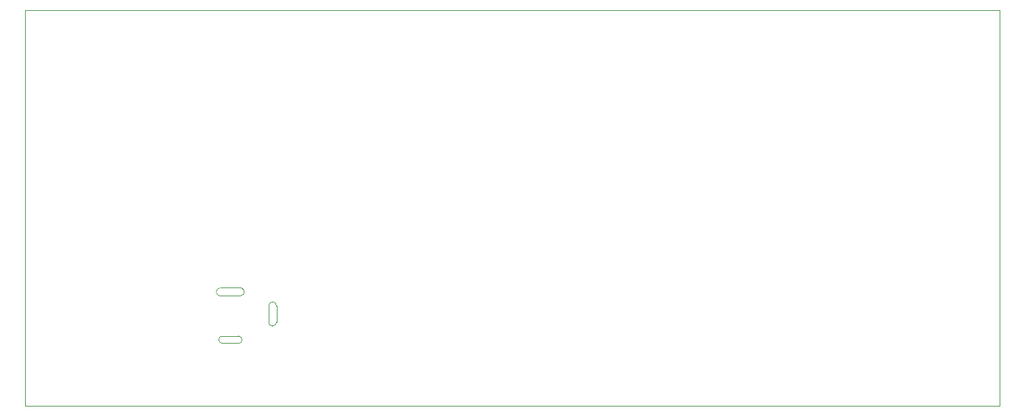
<source format=gbr>
G04 This is an RS-274x file exported by *
G04 gerbv version 2.6.0 *
G04 More information is available about gerbv at *
G04 http://gerbv.gpleda.org/ *
G04 --End of header info--*
%MOIN*%
%FSLAX34Y34*%
%IPPOS*%
G04 --Define apertures--*
%ADD10C,0.0039*%
G04 --Start main section--*
G54D10*
G01X0034431Y-047866D02*
G75*
G03X0034596Y-048083I0000191J-000026D01*
G01X0034611Y-047698D02*
G75*
G03X0034434Y-047891I0000008J-000185D01*
G01X0035610Y-048083D02*
G75*
G03X0035805Y-047906I0000009J0000186D01*
G01X0035802Y-047898D02*
G75*
G03X0035642Y-047690I-000184J0000024D01*
G01X0035622Y-048089D02*
G01X0034593Y-048089D01*
G01X0034634Y-047691D02*
G01X0035631Y-047691D01*
G01X0037012Y-049388D02*
G75*
G03X0037196Y-049580I0000188J-000004D01*
G01X0037200Y-049570D02*
G75*
G03X0037408Y-049398I0000018J0000190D01*
G01X0037218Y-048382D02*
G75*
G03X0037024Y-048560I-000008J-000186D01*
G01X0037394Y-048582D02*
G75*
G03X0037220Y-048384I-000186J0000012D01*
G01X0037406Y-049380D02*
G01X0037406Y-048564D01*
G01X0037016Y-048562D02*
G01X0037016Y-049374D01*
G01X0034548Y-050243D02*
G75*
G03X0034722Y-050423I0000177J-000003D01*
G01X0034741Y-050072D02*
G75*
G03X0034550Y-050231I-000016J-000175D01*
G01X0035507Y-050424D02*
G01X0034725Y-050424D01*
G01X0035519Y-050070D02*
G01X0034730Y-050070D01*
G01X0035510Y-050428D02*
G75*
G03X0035699Y-050253I0000007J0000182D01*
G01X0035699Y-050238D02*
G75*
G03X0035523Y-050072I-000171J-000005D01*
G01X0073000Y-034000D02*
G01X0025000Y-034000D01*
G01X0073000Y-035000D02*
G01X0073000Y-034000D01*
G01X0073000Y-053500D02*
G01X0073000Y-035000D01*
G01X0025000Y-053500D02*
G01X0073000Y-053500D01*
G01X0025000Y-034000D02*
G01X0025000Y-053500D01*
M02*

</source>
